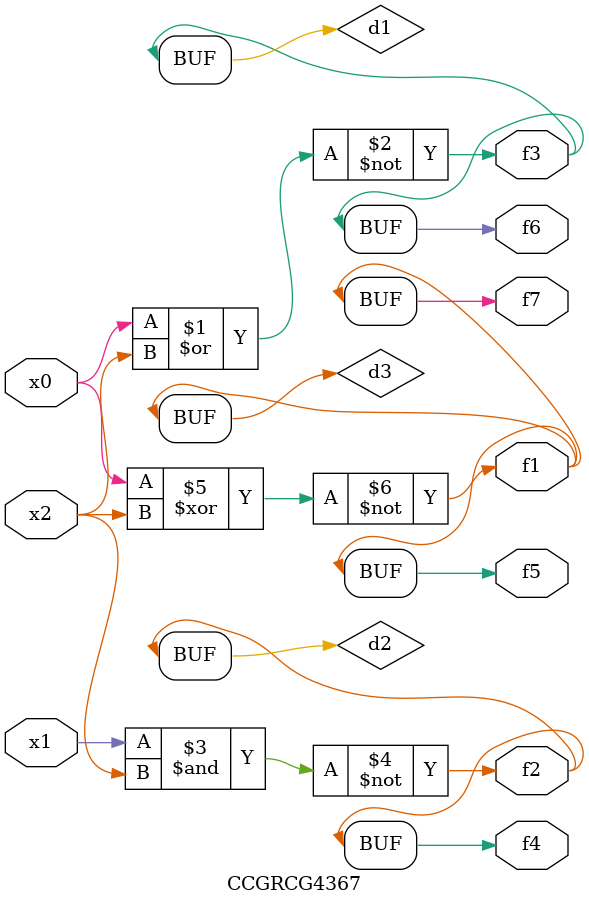
<source format=v>
module CCGRCG4367(
	input x0, x1, x2,
	output f1, f2, f3, f4, f5, f6, f7
);

	wire d1, d2, d3;

	nor (d1, x0, x2);
	nand (d2, x1, x2);
	xnor (d3, x0, x2);
	assign f1 = d3;
	assign f2 = d2;
	assign f3 = d1;
	assign f4 = d2;
	assign f5 = d3;
	assign f6 = d1;
	assign f7 = d3;
endmodule

</source>
